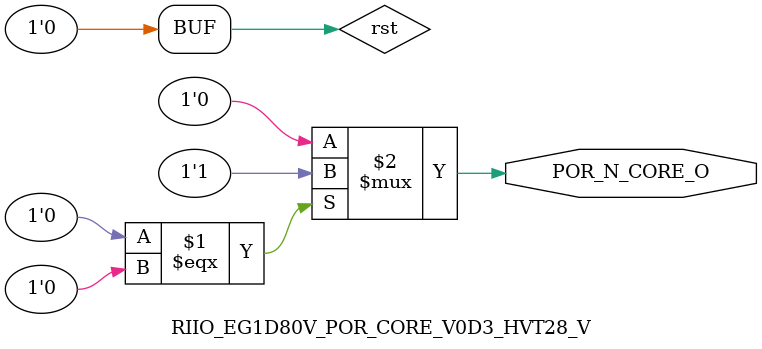
<source format=v>
`timescale 1ns/10ps
`celldefine
module RIIO_EG1D80V_POR_CORE_V0D3_HVT28_V(
	
		  POR_N_CORE_O
	
`ifdef USE_PG_PIN
		, VDDIO
		, VSSIO
		, VDD
		, VSS
		, VDD_POR
		, VSS_POR
`endif// USE_PG_PIN
);

	
	//outputs
output
`ifdef USE_AMS_EXTENSION
`ifdef INCA
    (* integer supplySensitivity = "VDD_POR";
	   integer groundSensitivity = "VSS_POR"; *)
`endif//INCA
`endif//USE_AMS_EXTENSION
  POR_N_CORE_O;



`ifdef USE_PG_PIN
	// supply
inout 
`ifdef USE_AMS_EXTENSION
`ifdef INCA
    (* integer inh_conn_prop_name = "vddio";
       integer inh_conn_def_value = "cds_globals.\\VDDIO! "; *)
`endif//INCA
`endif//USE_AMS_EXTENSION
  VDDIO;
inout 
`ifdef USE_AMS_EXTENSION
`ifdef INCA
    (* integer inh_conn_prop_name = "vssio";
       integer inh_conn_def_value = "cds_globals.\\VSSIO! "; *)
`endif//INCA
`endif//USE_AMS_EXTENSION
  VSSIO;
inout 
`ifdef USE_AMS_EXTENSION
`ifdef INCA
    (* integer inh_conn_prop_name = "vdd";
       integer inh_conn_def_value = "cds_globals.\\VDD! "; *)
`endif//INCA
`endif//USE_AMS_EXTENSION
  VDD;
inout 
`ifdef USE_AMS_EXTENSION
`ifdef INCA
    (* integer inh_conn_prop_name = "vss";
       integer inh_conn_def_value = "cds_globals.\\VSS! "; *)
`endif//INCA
`endif//USE_AMS_EXTENSION
  VSS;

inout 
`ifdef USE_AMS_EXTENSION
`ifdef INCA
    (* integer inh_conn_prop_name = "vdd_por";
       integer inh_conn_def_value = "cds_globals.\\VDD_POR! "; *)
`endif//INCA
`endif//USE_AMS_EXTENSION
  VDD_POR;
inout 
`ifdef USE_AMS_EXTENSION
`ifdef INCA
    (* integer inh_conn_prop_name = "vss_por";
       integer inh_conn_def_value = "cds_globals.\\VSS_POR! "; *)
`endif//INCA
`endif//USE_AMS_EXTENSION
  VSS_POR;
  
`endif// USE_PG_PIN


//////////////////////////////////////////////////////////
//MODEL
//////////////////////////////////////////////////////////

parameter DELAY = 20;

wire rst;
assign #(DELAY) rst = 1'b0;

assign POR_N_CORE_O = (rst===1'b0) ? 1'b1 : 1'b0;

endmodule
`endcelldefine

</source>
